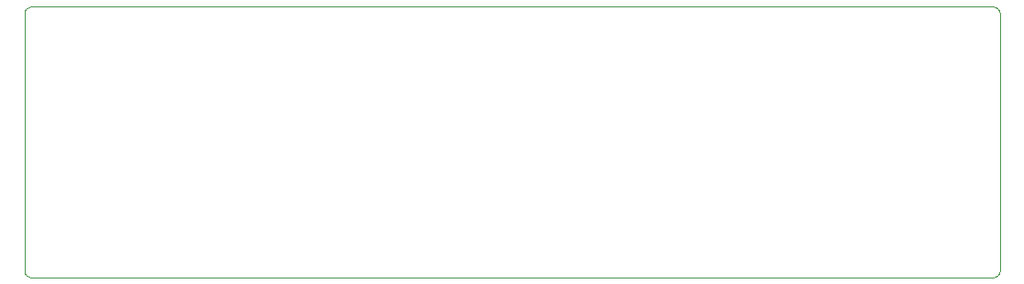
<source format=gbp>
G75*
G70*
%OFA0B0*%
%FSLAX24Y24*%
%IPPOS*%
%LPD*%
%AMOC8*
5,1,8,0,0,1.08239X$1,22.5*
%
%ADD10C,0.0000*%
D10*
X001050Y000970D02*
X035983Y000970D01*
X036013Y000972D01*
X036043Y000977D01*
X036072Y000986D01*
X036099Y000999D01*
X036125Y001014D01*
X036149Y001033D01*
X036170Y001054D01*
X036189Y001078D01*
X036204Y001104D01*
X036217Y001131D01*
X036226Y001160D01*
X036231Y001190D01*
X036233Y001220D01*
X036233Y010563D01*
X036231Y010593D01*
X036226Y010623D01*
X036217Y010652D01*
X036204Y010679D01*
X036189Y010705D01*
X036170Y010729D01*
X036149Y010750D01*
X036125Y010769D01*
X036099Y010784D01*
X036072Y010797D01*
X036043Y010806D01*
X036013Y010811D01*
X035983Y010813D01*
X001050Y010813D01*
X001020Y010811D01*
X000990Y010806D01*
X000961Y010797D01*
X000934Y010784D01*
X000908Y010769D01*
X000884Y010750D01*
X000863Y010729D01*
X000844Y010705D01*
X000829Y010679D01*
X000816Y010652D01*
X000807Y010623D01*
X000802Y010593D01*
X000800Y010563D01*
X000800Y001220D01*
X000802Y001190D01*
X000807Y001160D01*
X000816Y001131D01*
X000829Y001104D01*
X000844Y001078D01*
X000863Y001054D01*
X000884Y001033D01*
X000908Y001014D01*
X000934Y000999D01*
X000961Y000986D01*
X000990Y000977D01*
X001020Y000972D01*
X001050Y000970D01*
M02*

</source>
